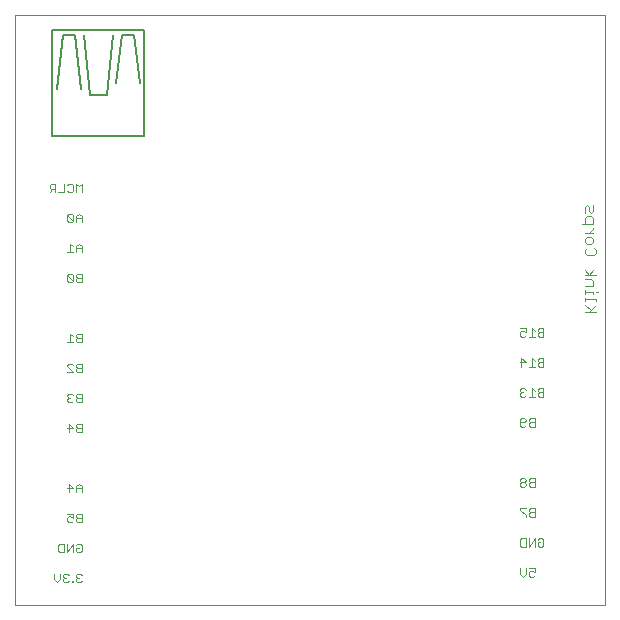
<source format=gbo>
G75*
G70*
%OFA0B0*%
%FSLAX24Y24*%
%IPPOS*%
%LPD*%
%AMOC8*
5,1,8,0,0,1.08239X$1,22.5*
%
%ADD10C,0.0000*%
%ADD11C,0.0030*%
%ADD12C,0.0050*%
D10*
X000181Y000181D02*
X019866Y000181D01*
X019866Y019866D01*
X000181Y019866D01*
X000181Y000181D01*
D11*
X001486Y001043D02*
X001583Y000946D01*
X001680Y001043D01*
X001680Y001237D01*
X001781Y001188D02*
X001781Y001140D01*
X001829Y001092D01*
X001781Y001043D01*
X001781Y000995D01*
X001829Y000946D01*
X001926Y000946D01*
X001974Y000995D01*
X002073Y000995D02*
X002073Y000946D01*
X002122Y000946D01*
X002122Y000995D01*
X002073Y000995D01*
X002223Y000995D02*
X002223Y001043D01*
X002271Y001092D01*
X002320Y001092D01*
X002271Y001092D02*
X002223Y001140D01*
X002223Y001188D01*
X002271Y001237D01*
X002368Y001237D01*
X002416Y001188D01*
X002416Y000995D02*
X002368Y000946D01*
X002271Y000946D01*
X002223Y000995D01*
X001974Y001188D02*
X001926Y001237D01*
X001829Y001237D01*
X001781Y001188D01*
X001829Y001092D02*
X001878Y001092D01*
X001486Y001043D02*
X001486Y001237D01*
X001682Y001946D02*
X001634Y001995D01*
X001634Y002188D01*
X001682Y002237D01*
X001827Y002237D01*
X001827Y001946D01*
X001682Y001946D01*
X001928Y001946D02*
X001928Y002237D01*
X002122Y002237D02*
X001928Y001946D01*
X002122Y001946D02*
X002122Y002237D01*
X002223Y002188D02*
X002271Y002237D01*
X002368Y002237D01*
X002416Y002188D01*
X002416Y001995D01*
X002368Y001946D01*
X002271Y001946D01*
X002223Y001995D01*
X002223Y002092D01*
X002320Y002092D01*
X002271Y002946D02*
X002416Y002946D01*
X002416Y003237D01*
X002271Y003237D01*
X002223Y003188D01*
X002223Y003140D01*
X002271Y003092D01*
X002416Y003092D01*
X002271Y003092D02*
X002223Y003043D01*
X002223Y002995D01*
X002271Y002946D01*
X002122Y002995D02*
X002073Y002946D01*
X001977Y002946D01*
X001928Y002995D01*
X001928Y003092D01*
X001977Y003140D01*
X002025Y003140D01*
X002122Y003092D01*
X002122Y003237D01*
X001928Y003237D01*
X001977Y003946D02*
X001977Y004237D01*
X002122Y004092D01*
X001928Y004092D01*
X002223Y004092D02*
X002416Y004092D01*
X002416Y004140D02*
X002320Y004237D01*
X002223Y004140D01*
X002223Y003946D01*
X002416Y003946D02*
X002416Y004140D01*
X002416Y005946D02*
X002271Y005946D01*
X002223Y005995D01*
X002223Y006043D01*
X002271Y006092D01*
X002416Y006092D01*
X002416Y006237D02*
X002271Y006237D01*
X002223Y006188D01*
X002223Y006140D01*
X002271Y006092D01*
X002122Y006092D02*
X001928Y006092D01*
X001977Y006237D02*
X001977Y005946D01*
X002122Y006092D02*
X001977Y006237D01*
X002416Y006237D02*
X002416Y005946D01*
X002416Y006946D02*
X002271Y006946D01*
X002223Y006995D01*
X002223Y007043D01*
X002271Y007092D01*
X002416Y007092D01*
X002416Y007237D02*
X002271Y007237D01*
X002223Y007188D01*
X002223Y007140D01*
X002271Y007092D01*
X002122Y007188D02*
X002073Y007237D01*
X001977Y007237D01*
X001928Y007188D01*
X001928Y007140D01*
X001977Y007092D01*
X001928Y007043D01*
X001928Y006995D01*
X001977Y006946D01*
X002073Y006946D01*
X002122Y006995D01*
X002025Y007092D02*
X001977Y007092D01*
X002416Y006946D02*
X002416Y007237D01*
X002416Y007946D02*
X002271Y007946D01*
X002223Y007995D01*
X002223Y008043D01*
X002271Y008092D01*
X002416Y008092D01*
X002416Y008237D02*
X002271Y008237D01*
X002223Y008188D01*
X002223Y008140D01*
X002271Y008092D01*
X002122Y008188D02*
X002073Y008237D01*
X001977Y008237D01*
X001928Y008188D01*
X001928Y008140D01*
X002122Y007946D01*
X001928Y007946D01*
X002416Y007946D02*
X002416Y008237D01*
X002416Y008946D02*
X002271Y008946D01*
X002223Y008995D01*
X002223Y009043D01*
X002271Y009092D01*
X002416Y009092D01*
X002416Y009237D02*
X002271Y009237D01*
X002223Y009188D01*
X002223Y009140D01*
X002271Y009092D01*
X002122Y009140D02*
X002025Y009237D01*
X002025Y008946D01*
X002122Y008946D02*
X001928Y008946D01*
X002416Y008946D02*
X002416Y009237D01*
X002416Y010946D02*
X002271Y010946D01*
X002223Y010995D01*
X002223Y011043D01*
X002271Y011092D01*
X002416Y011092D01*
X002416Y011237D02*
X002271Y011237D01*
X002223Y011188D01*
X002223Y011140D01*
X002271Y011092D01*
X002122Y010995D02*
X002122Y011188D01*
X002073Y011237D01*
X001977Y011237D01*
X001928Y011188D01*
X002122Y010995D01*
X002073Y010946D01*
X001977Y010946D01*
X001928Y010995D01*
X001928Y011188D01*
X002416Y011237D02*
X002416Y010946D01*
X002416Y011946D02*
X002416Y012140D01*
X002320Y012237D01*
X002223Y012140D01*
X002223Y011946D01*
X002122Y011946D02*
X001928Y011946D01*
X002025Y011946D02*
X002025Y012237D01*
X002122Y012140D01*
X002223Y012092D02*
X002416Y012092D01*
X002416Y012946D02*
X002416Y013140D01*
X002320Y013237D01*
X002223Y013140D01*
X002223Y012946D01*
X002122Y012995D02*
X002122Y013188D01*
X002073Y013237D01*
X001977Y013237D01*
X001928Y013188D01*
X002122Y012995D01*
X002073Y012946D01*
X001977Y012946D01*
X001928Y012995D01*
X001928Y013188D01*
X002223Y013092D02*
X002416Y013092D01*
X002416Y013946D02*
X002416Y014237D01*
X002320Y014140D01*
X002223Y014237D01*
X002223Y013946D01*
X002122Y013995D02*
X002122Y014188D01*
X002073Y014237D01*
X001977Y014237D01*
X001928Y014188D01*
X001827Y014237D02*
X001827Y013946D01*
X001634Y013946D01*
X001532Y013946D02*
X001532Y014237D01*
X001387Y014237D01*
X001339Y014188D01*
X001339Y014092D01*
X001387Y014043D01*
X001532Y014043D01*
X001436Y014043D02*
X001339Y013946D01*
X001928Y013995D02*
X001977Y013946D01*
X002073Y013946D01*
X002122Y013995D01*
X017018Y009417D02*
X017211Y009417D01*
X017211Y009272D01*
X017114Y009320D01*
X017066Y009320D01*
X017018Y009272D01*
X017018Y009175D01*
X017066Y009126D01*
X017163Y009126D01*
X017211Y009175D01*
X017312Y009126D02*
X017506Y009126D01*
X017409Y009126D02*
X017409Y009417D01*
X017506Y009320D01*
X017607Y009320D02*
X017655Y009272D01*
X017800Y009272D01*
X017800Y009417D02*
X017655Y009417D01*
X017607Y009368D01*
X017607Y009320D01*
X017655Y009272D02*
X017607Y009223D01*
X017607Y009175D01*
X017655Y009126D01*
X017800Y009126D01*
X017800Y009417D01*
X017800Y008417D02*
X017655Y008417D01*
X017607Y008368D01*
X017607Y008320D01*
X017655Y008272D01*
X017800Y008272D01*
X017800Y008417D02*
X017800Y008126D01*
X017655Y008126D01*
X017607Y008175D01*
X017607Y008223D01*
X017655Y008272D01*
X017506Y008320D02*
X017409Y008417D01*
X017409Y008126D01*
X017506Y008126D02*
X017312Y008126D01*
X017211Y008272D02*
X017018Y008272D01*
X017066Y008417D02*
X017066Y008126D01*
X017211Y008272D02*
X017066Y008417D01*
X017066Y007417D02*
X017018Y007368D01*
X017018Y007320D01*
X017066Y007272D01*
X017018Y007223D01*
X017018Y007175D01*
X017066Y007126D01*
X017163Y007126D01*
X017211Y007175D01*
X017312Y007126D02*
X017506Y007126D01*
X017409Y007126D02*
X017409Y007417D01*
X017506Y007320D01*
X017607Y007320D02*
X017655Y007272D01*
X017800Y007272D01*
X017800Y007417D02*
X017655Y007417D01*
X017607Y007368D01*
X017607Y007320D01*
X017655Y007272D02*
X017607Y007223D01*
X017607Y007175D01*
X017655Y007126D01*
X017800Y007126D01*
X017800Y007417D01*
X017211Y007368D02*
X017163Y007417D01*
X017066Y007417D01*
X017066Y007272D02*
X017114Y007272D01*
X017066Y006417D02*
X017018Y006368D01*
X017018Y006175D01*
X017066Y006126D01*
X017163Y006126D01*
X017211Y006175D01*
X017312Y006175D02*
X017312Y006223D01*
X017361Y006272D01*
X017506Y006272D01*
X017506Y006417D02*
X017361Y006417D01*
X017312Y006368D01*
X017312Y006320D01*
X017361Y006272D01*
X017312Y006175D02*
X017361Y006126D01*
X017506Y006126D01*
X017506Y006417D01*
X017211Y006368D02*
X017211Y006320D01*
X017163Y006272D01*
X017018Y006272D01*
X017066Y006417D02*
X017163Y006417D01*
X017211Y006368D01*
X017163Y004417D02*
X017066Y004417D01*
X017018Y004368D01*
X017018Y004320D01*
X017066Y004272D01*
X017163Y004272D01*
X017211Y004320D01*
X017211Y004368D01*
X017163Y004417D01*
X017163Y004272D02*
X017211Y004223D01*
X017211Y004175D01*
X017163Y004126D01*
X017066Y004126D01*
X017018Y004175D01*
X017018Y004223D01*
X017066Y004272D01*
X017312Y004320D02*
X017361Y004272D01*
X017506Y004272D01*
X017506Y004417D02*
X017361Y004417D01*
X017312Y004368D01*
X017312Y004320D01*
X017361Y004272D02*
X017312Y004223D01*
X017312Y004175D01*
X017361Y004126D01*
X017506Y004126D01*
X017506Y004417D01*
X017506Y003417D02*
X017361Y003417D01*
X017312Y003368D01*
X017312Y003320D01*
X017361Y003272D01*
X017506Y003272D01*
X017506Y003417D02*
X017506Y003126D01*
X017361Y003126D01*
X017312Y003175D01*
X017312Y003223D01*
X017361Y003272D01*
X017211Y003175D02*
X017211Y003126D01*
X017211Y003175D02*
X017018Y003368D01*
X017018Y003417D01*
X017211Y003417D01*
X017211Y002417D02*
X017066Y002417D01*
X017018Y002368D01*
X017018Y002175D01*
X017066Y002126D01*
X017211Y002126D01*
X017211Y002417D01*
X017312Y002417D02*
X017312Y002126D01*
X017506Y002417D01*
X017506Y002126D01*
X017607Y002175D02*
X017607Y002272D01*
X017704Y002272D01*
X017800Y002368D02*
X017800Y002175D01*
X017752Y002126D01*
X017655Y002126D01*
X017607Y002175D01*
X017607Y002368D02*
X017655Y002417D01*
X017752Y002417D01*
X017800Y002368D01*
X017506Y001417D02*
X017312Y001417D01*
X017211Y001417D02*
X017211Y001223D01*
X017114Y001126D01*
X017018Y001223D01*
X017018Y001417D01*
X017312Y001272D02*
X017312Y001175D01*
X017361Y001126D01*
X017457Y001126D01*
X017506Y001175D01*
X017506Y001272D02*
X017409Y001320D01*
X017361Y001320D01*
X017312Y001272D01*
X017506Y001272D02*
X017506Y001417D01*
X019196Y009946D02*
X019567Y009946D01*
X019382Y010008D02*
X019196Y010193D01*
X019196Y010315D02*
X019196Y010438D01*
X019196Y010376D02*
X019567Y010376D01*
X019567Y010315D01*
X019567Y010193D02*
X019320Y009946D01*
X019443Y010560D02*
X019443Y010622D01*
X019196Y010622D01*
X019196Y010560D02*
X019196Y010684D01*
X019196Y010806D02*
X019443Y010806D01*
X019443Y010991D01*
X019382Y011053D01*
X019196Y011053D01*
X019196Y011174D02*
X019567Y011174D01*
X019443Y011359D02*
X019320Y011174D01*
X019196Y011359D01*
X019258Y011849D02*
X019196Y011911D01*
X019196Y012034D01*
X019258Y012096D01*
X019258Y012218D02*
X019196Y012279D01*
X019196Y012403D01*
X019258Y012464D01*
X019382Y012464D01*
X019443Y012403D01*
X019443Y012279D01*
X019382Y012218D01*
X019258Y012218D01*
X019505Y012096D02*
X019567Y012034D01*
X019567Y011911D01*
X019505Y011849D01*
X019258Y011849D01*
X019196Y012586D02*
X019443Y012586D01*
X019320Y012586D02*
X019443Y012709D01*
X019443Y012771D01*
X019443Y012893D02*
X019073Y012893D01*
X019196Y012893D02*
X019196Y013078D01*
X019258Y013140D01*
X019382Y013140D01*
X019443Y013078D01*
X019443Y012893D01*
X019382Y013261D02*
X019443Y013323D01*
X019443Y013508D01*
X019320Y013446D02*
X019320Y013323D01*
X019382Y013261D01*
X019196Y013261D02*
X019196Y013446D01*
X019258Y013508D01*
X019320Y013446D01*
X019567Y010622D02*
X019628Y010622D01*
D12*
X004504Y015827D02*
X004504Y019370D01*
X001433Y019370D01*
X001433Y015827D01*
X004504Y015827D01*
X003264Y017205D02*
X002674Y017205D01*
X002477Y019174D01*
X002181Y019174D02*
X002378Y017402D01*
X001591Y017402D02*
X001788Y019174D01*
X002181Y019174D01*
X003461Y019174D02*
X003264Y017205D01*
X003559Y017599D02*
X003756Y019174D01*
X004150Y019174D01*
X004347Y017599D01*
M02*

</source>
